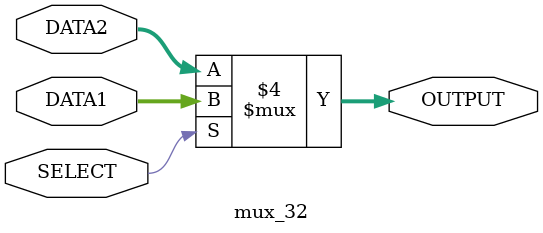
<source format=v>
module mux_32(DATA1, DATA2, SELECT, OUTPUT);

//port declaration
    input [31:0] DATA1, DATA2;
    input SELECT;
    output reg [31:0] OUTPUT;
    //initial OUTPUT = 0; // Initialize OUTPUT to 0

    always @(DATA1,DATA2,SELECT) 
    begin
        if (SELECT == 1'b1)
            OUTPUT = DATA1;       // pc value for branch or jump
        else
            OUTPUT = DATA2;       // pc for next instruction
    end
endmodule

// pc value for branch or jump
</source>
